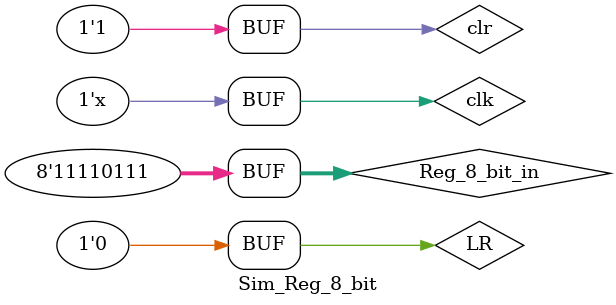
<source format=v>
module Reg_8_bit (LR,clk,clr,Reg_8_bit_in,Reg_8_bit_out);
 input       LR,clk,clr;
 input  [7:0]Reg_8_bit_in;
 output [7:0]Reg_8_bit_out;
 reg [7:0]temp;
 
 always@(posedge clk)
 begin
 if (clr)    temp<=8'b0;
 else if(LR) temp<=Reg_8_bit_in;
 else        temp<=temp;
 end
 
 assign Reg_8_bit_out=temp;
 endmodule
 
 //-----testbench-----
 module Sim_Reg_8_bit;
 reg       LR,clk,clr;
 reg  [7:0]Reg_8_bit_in;
 wire [7:0]Reg_8_bit_out;
   Reg_8_bit H(LR,clk,clr,Reg_8_bit_in,Reg_8_bit_out);
   initial
   begin
         clk=1'b0; LR=1'b0; clr=1'b1; Reg_8_bit_in=8'h25;// clear
   #100            LR=1'b1; clr=1'b1; //
   #100            LR=1'b1; clr=1'b0; // load
   #100            LR=1'b1; clr=1'b0;  Reg_8_bit_in=8'hf7;//load
   #100            LR=1'b0; clr=1'b1;
   end
   always
   #50 clk=~clk;
   endmodule
</source>
